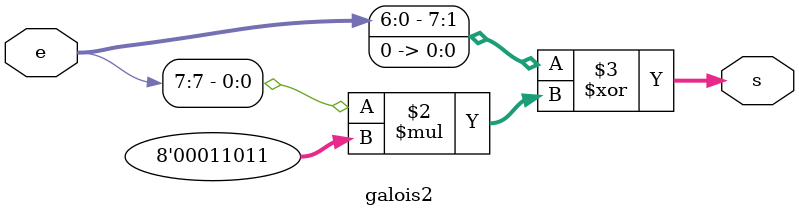
<source format=v>
module galois2 (
    input wire [7:0] e,
    output wire [7:0] s
);
    
    assign s = (e[7:0] << 1) ^ (e[7] * 8'h1B);

endmodule
</source>
